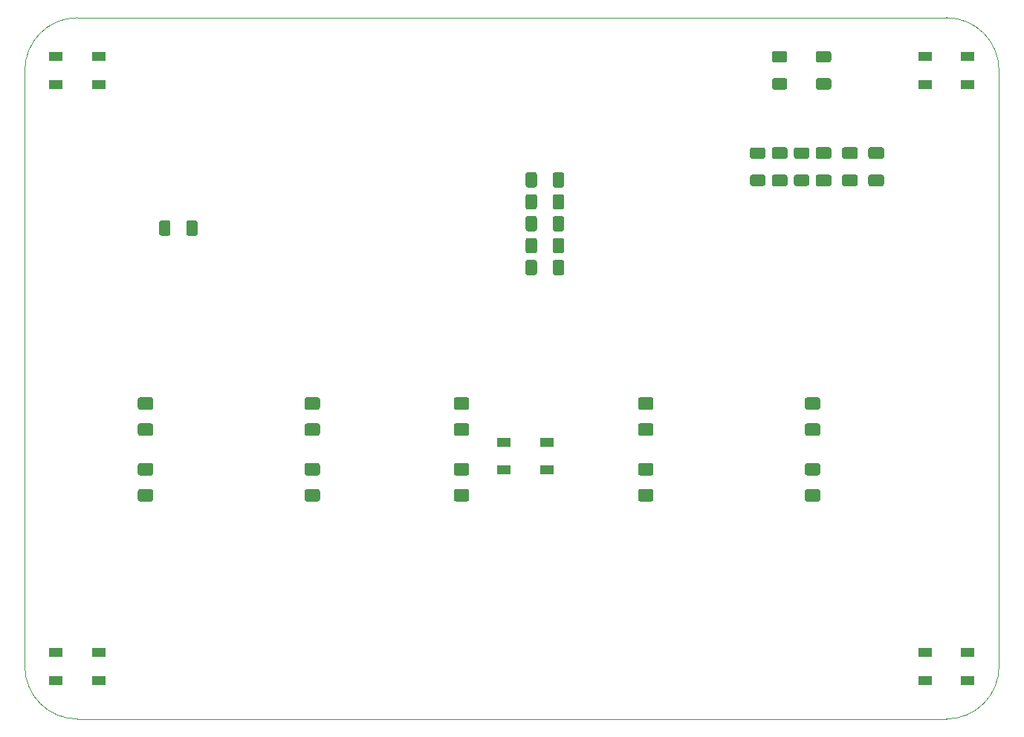
<source format=gbr>
G04 #@! TF.GenerationSoftware,KiCad,Pcbnew,(5.1.8)-1*
G04 #@! TF.CreationDate,2021-06-03T22:44:18-04:00*
G04 #@! TF.ProjectId,inkkeys,696e6b6b-6579-4732-9e6b-696361645f70,rev?*
G04 #@! TF.SameCoordinates,Original*
G04 #@! TF.FileFunction,Paste,Bot*
G04 #@! TF.FilePolarity,Positive*
%FSLAX46Y46*%
G04 Gerber Fmt 4.6, Leading zero omitted, Abs format (unit mm)*
G04 Created by KiCad (PCBNEW (5.1.8)-1) date 2021-06-03 22:44:18*
%MOMM*%
%LPD*%
G01*
G04 APERTURE LIST*
G04 #@! TA.AperFunction,Profile*
%ADD10C,0.100000*%
G04 #@! TD*
%ADD11R,1.500000X1.000000*%
G04 APERTURE END LIST*
D10*
X202000000Y-60000000D02*
G75*
G02*
X208000000Y-66000000I0J-6000000D01*
G01*
X208000000Y-134000000D02*
G75*
G02*
X202000000Y-140000000I-6000000J0D01*
G01*
X103000000Y-140000000D02*
G75*
G02*
X97000000Y-134000000I0J6000000D01*
G01*
X97000000Y-66000000D02*
G75*
G02*
X103000000Y-60000000I6000000J0D01*
G01*
X97000000Y-134000000D02*
X97000000Y-66000000D01*
X202000000Y-140000000D02*
X103000000Y-140000000D01*
X208000000Y-66000000D02*
X208000000Y-134000000D01*
X103000000Y-60000000D02*
X202000000Y-60000000D01*
G04 #@! TO.C,C2*
G36*
G01*
X187349999Y-77900000D02*
X188650001Y-77900000D01*
G75*
G02*
X188900000Y-78149999I0J-249999D01*
G01*
X188900000Y-78975001D01*
G75*
G02*
X188650001Y-79225000I-249999J0D01*
G01*
X187349999Y-79225000D01*
G75*
G02*
X187100000Y-78975001I0J249999D01*
G01*
X187100000Y-78149999D01*
G75*
G02*
X187349999Y-77900000I249999J0D01*
G01*
G37*
G36*
G01*
X187349999Y-74775000D02*
X188650001Y-74775000D01*
G75*
G02*
X188900000Y-75024999I0J-249999D01*
G01*
X188900000Y-75850001D01*
G75*
G02*
X188650001Y-76100000I-249999J0D01*
G01*
X187349999Y-76100000D01*
G75*
G02*
X187100000Y-75850001I0J249999D01*
G01*
X187100000Y-75024999D01*
G75*
G02*
X187349999Y-74775000I249999J0D01*
G01*
G37*
G04 #@! TD*
G04 #@! TO.C,C1*
G36*
G01*
X182349999Y-77900000D02*
X183650001Y-77900000D01*
G75*
G02*
X183900000Y-78149999I0J-249999D01*
G01*
X183900000Y-78975001D01*
G75*
G02*
X183650001Y-79225000I-249999J0D01*
G01*
X182349999Y-79225000D01*
G75*
G02*
X182100000Y-78975001I0J249999D01*
G01*
X182100000Y-78149999D01*
G75*
G02*
X182349999Y-77900000I249999J0D01*
G01*
G37*
G36*
G01*
X182349999Y-74775000D02*
X183650001Y-74775000D01*
G75*
G02*
X183900000Y-75024999I0J-249999D01*
G01*
X183900000Y-75850001D01*
G75*
G02*
X183650001Y-76100000I-249999J0D01*
G01*
X182349999Y-76100000D01*
G75*
G02*
X182100000Y-75850001I0J249999D01*
G01*
X182100000Y-75024999D01*
G75*
G02*
X182349999Y-74775000I249999J0D01*
G01*
G37*
G04 #@! TD*
D11*
G04 #@! TO.C,D23*
X151550000Y-111600000D03*
X151550000Y-108400000D03*
X156450000Y-111600000D03*
X156450000Y-108400000D03*
G04 #@! TD*
G04 #@! TO.C,D20*
X100550000Y-135600000D03*
X100550000Y-132400000D03*
X105450000Y-135600000D03*
X105450000Y-132400000D03*
G04 #@! TD*
G04 #@! TO.C,D17*
X100550000Y-67600000D03*
X100550000Y-64400000D03*
X105450000Y-67600000D03*
X105450000Y-64400000D03*
G04 #@! TD*
G04 #@! TO.C,D14*
X199550000Y-67600000D03*
X199550000Y-64400000D03*
X204450000Y-67600000D03*
X204450000Y-64400000D03*
G04 #@! TD*
G04 #@! TO.C,D11*
X199550000Y-135600000D03*
X199550000Y-132400000D03*
X204450000Y-135600000D03*
X204450000Y-132400000D03*
G04 #@! TD*
G04 #@! TO.C,R10*
G36*
G01*
X115400000Y-84625000D02*
X115400000Y-83375000D01*
G75*
G02*
X115650000Y-83125000I250000J0D01*
G01*
X116450000Y-83125000D01*
G75*
G02*
X116700000Y-83375000I0J-250000D01*
G01*
X116700000Y-84625000D01*
G75*
G02*
X116450000Y-84875000I-250000J0D01*
G01*
X115650000Y-84875000D01*
G75*
G02*
X115400000Y-84625000I0J250000D01*
G01*
G37*
G36*
G01*
X112300000Y-84625000D02*
X112300000Y-83375000D01*
G75*
G02*
X112550000Y-83125000I250000J0D01*
G01*
X113350000Y-83125000D01*
G75*
G02*
X113600000Y-83375000I0J-250000D01*
G01*
X113600000Y-84625000D01*
G75*
G02*
X113350000Y-84875000I-250000J0D01*
G01*
X112550000Y-84875000D01*
G75*
G02*
X112300000Y-84625000I0J250000D01*
G01*
G37*
G04 #@! TD*
G04 #@! TO.C,R9*
G36*
G01*
X187375000Y-66900000D02*
X188625000Y-66900000D01*
G75*
G02*
X188875000Y-67150000I0J-250000D01*
G01*
X188875000Y-67950000D01*
G75*
G02*
X188625000Y-68200000I-250000J0D01*
G01*
X187375000Y-68200000D01*
G75*
G02*
X187125000Y-67950000I0J250000D01*
G01*
X187125000Y-67150000D01*
G75*
G02*
X187375000Y-66900000I250000J0D01*
G01*
G37*
G36*
G01*
X187375000Y-63800000D02*
X188625000Y-63800000D01*
G75*
G02*
X188875000Y-64050000I0J-250000D01*
G01*
X188875000Y-64850000D01*
G75*
G02*
X188625000Y-65100000I-250000J0D01*
G01*
X187375000Y-65100000D01*
G75*
G02*
X187125000Y-64850000I0J250000D01*
G01*
X187125000Y-64050000D01*
G75*
G02*
X187375000Y-63800000I250000J0D01*
G01*
G37*
G04 #@! TD*
G04 #@! TO.C,R8*
G36*
G01*
X184875000Y-77900000D02*
X186125000Y-77900000D01*
G75*
G02*
X186375000Y-78150000I0J-250000D01*
G01*
X186375000Y-78950000D01*
G75*
G02*
X186125000Y-79200000I-250000J0D01*
G01*
X184875000Y-79200000D01*
G75*
G02*
X184625000Y-78950000I0J250000D01*
G01*
X184625000Y-78150000D01*
G75*
G02*
X184875000Y-77900000I250000J0D01*
G01*
G37*
G36*
G01*
X184875000Y-74800000D02*
X186125000Y-74800000D01*
G75*
G02*
X186375000Y-75050000I0J-250000D01*
G01*
X186375000Y-75850000D01*
G75*
G02*
X186125000Y-76100000I-250000J0D01*
G01*
X184875000Y-76100000D01*
G75*
G02*
X184625000Y-75850000I0J250000D01*
G01*
X184625000Y-75050000D01*
G75*
G02*
X184875000Y-74800000I250000J0D01*
G01*
G37*
G04 #@! TD*
G04 #@! TO.C,R7*
G36*
G01*
X182375000Y-66900000D02*
X183625000Y-66900000D01*
G75*
G02*
X183875000Y-67150000I0J-250000D01*
G01*
X183875000Y-67950000D01*
G75*
G02*
X183625000Y-68200000I-250000J0D01*
G01*
X182375000Y-68200000D01*
G75*
G02*
X182125000Y-67950000I0J250000D01*
G01*
X182125000Y-67150000D01*
G75*
G02*
X182375000Y-66900000I250000J0D01*
G01*
G37*
G36*
G01*
X182375000Y-63800000D02*
X183625000Y-63800000D01*
G75*
G02*
X183875000Y-64050000I0J-250000D01*
G01*
X183875000Y-64850000D01*
G75*
G02*
X183625000Y-65100000I-250000J0D01*
G01*
X182375000Y-65100000D01*
G75*
G02*
X182125000Y-64850000I0J250000D01*
G01*
X182125000Y-64050000D01*
G75*
G02*
X182375000Y-63800000I250000J0D01*
G01*
G37*
G04 #@! TD*
G04 #@! TO.C,R6*
G36*
G01*
X179875000Y-77900000D02*
X181125000Y-77900000D01*
G75*
G02*
X181375000Y-78150000I0J-250000D01*
G01*
X181375000Y-78950000D01*
G75*
G02*
X181125000Y-79200000I-250000J0D01*
G01*
X179875000Y-79200000D01*
G75*
G02*
X179625000Y-78950000I0J250000D01*
G01*
X179625000Y-78150000D01*
G75*
G02*
X179875000Y-77900000I250000J0D01*
G01*
G37*
G36*
G01*
X179875000Y-74800000D02*
X181125000Y-74800000D01*
G75*
G02*
X181375000Y-75050000I0J-250000D01*
G01*
X181375000Y-75850000D01*
G75*
G02*
X181125000Y-76100000I-250000J0D01*
G01*
X179875000Y-76100000D01*
G75*
G02*
X179625000Y-75850000I0J250000D01*
G01*
X179625000Y-75050000D01*
G75*
G02*
X179875000Y-74800000I250000J0D01*
G01*
G37*
G04 #@! TD*
G04 #@! TO.C,R5*
G36*
G01*
X155350000Y-87875000D02*
X155350000Y-89125000D01*
G75*
G02*
X155100000Y-89375000I-250000J0D01*
G01*
X154300000Y-89375000D01*
G75*
G02*
X154050000Y-89125000I0J250000D01*
G01*
X154050000Y-87875000D01*
G75*
G02*
X154300000Y-87625000I250000J0D01*
G01*
X155100000Y-87625000D01*
G75*
G02*
X155350000Y-87875000I0J-250000D01*
G01*
G37*
G36*
G01*
X158450000Y-87875000D02*
X158450000Y-89125000D01*
G75*
G02*
X158200000Y-89375000I-250000J0D01*
G01*
X157400000Y-89375000D01*
G75*
G02*
X157150000Y-89125000I0J250000D01*
G01*
X157150000Y-87875000D01*
G75*
G02*
X157400000Y-87625000I250000J0D01*
G01*
X158200000Y-87625000D01*
G75*
G02*
X158450000Y-87875000I0J-250000D01*
G01*
G37*
G04 #@! TD*
G04 #@! TO.C,R4*
G36*
G01*
X155350000Y-85375000D02*
X155350000Y-86625000D01*
G75*
G02*
X155100000Y-86875000I-250000J0D01*
G01*
X154300000Y-86875000D01*
G75*
G02*
X154050000Y-86625000I0J250000D01*
G01*
X154050000Y-85375000D01*
G75*
G02*
X154300000Y-85125000I250000J0D01*
G01*
X155100000Y-85125000D01*
G75*
G02*
X155350000Y-85375000I0J-250000D01*
G01*
G37*
G36*
G01*
X158450000Y-85375000D02*
X158450000Y-86625000D01*
G75*
G02*
X158200000Y-86875000I-250000J0D01*
G01*
X157400000Y-86875000D01*
G75*
G02*
X157150000Y-86625000I0J250000D01*
G01*
X157150000Y-85375000D01*
G75*
G02*
X157400000Y-85125000I250000J0D01*
G01*
X158200000Y-85125000D01*
G75*
G02*
X158450000Y-85375000I0J-250000D01*
G01*
G37*
G04 #@! TD*
G04 #@! TO.C,R3*
G36*
G01*
X155350000Y-82875000D02*
X155350000Y-84125000D01*
G75*
G02*
X155100000Y-84375000I-250000J0D01*
G01*
X154300000Y-84375000D01*
G75*
G02*
X154050000Y-84125000I0J250000D01*
G01*
X154050000Y-82875000D01*
G75*
G02*
X154300000Y-82625000I250000J0D01*
G01*
X155100000Y-82625000D01*
G75*
G02*
X155350000Y-82875000I0J-250000D01*
G01*
G37*
G36*
G01*
X158450000Y-82875000D02*
X158450000Y-84125000D01*
G75*
G02*
X158200000Y-84375000I-250000J0D01*
G01*
X157400000Y-84375000D01*
G75*
G02*
X157150000Y-84125000I0J250000D01*
G01*
X157150000Y-82875000D01*
G75*
G02*
X157400000Y-82625000I250000J0D01*
G01*
X158200000Y-82625000D01*
G75*
G02*
X158450000Y-82875000I0J-250000D01*
G01*
G37*
G04 #@! TD*
G04 #@! TO.C,R2*
G36*
G01*
X155350000Y-80375000D02*
X155350000Y-81625000D01*
G75*
G02*
X155100000Y-81875000I-250000J0D01*
G01*
X154300000Y-81875000D01*
G75*
G02*
X154050000Y-81625000I0J250000D01*
G01*
X154050000Y-80375000D01*
G75*
G02*
X154300000Y-80125000I250000J0D01*
G01*
X155100000Y-80125000D01*
G75*
G02*
X155350000Y-80375000I0J-250000D01*
G01*
G37*
G36*
G01*
X158450000Y-80375000D02*
X158450000Y-81625000D01*
G75*
G02*
X158200000Y-81875000I-250000J0D01*
G01*
X157400000Y-81875000D01*
G75*
G02*
X157150000Y-81625000I0J250000D01*
G01*
X157150000Y-80375000D01*
G75*
G02*
X157400000Y-80125000I250000J0D01*
G01*
X158200000Y-80125000D01*
G75*
G02*
X158450000Y-80375000I0J-250000D01*
G01*
G37*
G04 #@! TD*
G04 #@! TO.C,R1*
G36*
G01*
X155350000Y-77875000D02*
X155350000Y-79125000D01*
G75*
G02*
X155100000Y-79375000I-250000J0D01*
G01*
X154300000Y-79375000D01*
G75*
G02*
X154050000Y-79125000I0J250000D01*
G01*
X154050000Y-77875000D01*
G75*
G02*
X154300000Y-77625000I250000J0D01*
G01*
X155100000Y-77625000D01*
G75*
G02*
X155350000Y-77875000I0J-250000D01*
G01*
G37*
G36*
G01*
X158450000Y-77875000D02*
X158450000Y-79125000D01*
G75*
G02*
X158200000Y-79375000I-250000J0D01*
G01*
X157400000Y-79375000D01*
G75*
G02*
X157150000Y-79125000I0J250000D01*
G01*
X157150000Y-77875000D01*
G75*
G02*
X157400000Y-77625000I250000J0D01*
G01*
X158200000Y-77625000D01*
G75*
G02*
X158450000Y-77875000I0J-250000D01*
G01*
G37*
G04 #@! TD*
G04 #@! TO.C,D10*
G36*
G01*
X186125000Y-113775000D02*
X187375000Y-113775000D01*
G75*
G02*
X187625000Y-114025000I0J-250000D01*
G01*
X187625000Y-114950000D01*
G75*
G02*
X187375000Y-115200000I-250000J0D01*
G01*
X186125000Y-115200000D01*
G75*
G02*
X185875000Y-114950000I0J250000D01*
G01*
X185875000Y-114025000D01*
G75*
G02*
X186125000Y-113775000I250000J0D01*
G01*
G37*
G36*
G01*
X186125000Y-110800000D02*
X187375000Y-110800000D01*
G75*
G02*
X187625000Y-111050000I0J-250000D01*
G01*
X187625000Y-111975000D01*
G75*
G02*
X187375000Y-112225000I-250000J0D01*
G01*
X186125000Y-112225000D01*
G75*
G02*
X185875000Y-111975000I0J250000D01*
G01*
X185875000Y-111050000D01*
G75*
G02*
X186125000Y-110800000I250000J0D01*
G01*
G37*
G04 #@! TD*
G04 #@! TO.C,D9*
G36*
G01*
X187375000Y-104725000D02*
X186125000Y-104725000D01*
G75*
G02*
X185875000Y-104475000I0J250000D01*
G01*
X185875000Y-103550000D01*
G75*
G02*
X186125000Y-103300000I250000J0D01*
G01*
X187375000Y-103300000D01*
G75*
G02*
X187625000Y-103550000I0J-250000D01*
G01*
X187625000Y-104475000D01*
G75*
G02*
X187375000Y-104725000I-250000J0D01*
G01*
G37*
G36*
G01*
X187375000Y-107700000D02*
X186125000Y-107700000D01*
G75*
G02*
X185875000Y-107450000I0J250000D01*
G01*
X185875000Y-106525000D01*
G75*
G02*
X186125000Y-106275000I250000J0D01*
G01*
X187375000Y-106275000D01*
G75*
G02*
X187625000Y-106525000I0J-250000D01*
G01*
X187625000Y-107450000D01*
G75*
G02*
X187375000Y-107700000I-250000J0D01*
G01*
G37*
G04 #@! TD*
G04 #@! TO.C,D8*
G36*
G01*
X167125000Y-113775000D02*
X168375000Y-113775000D01*
G75*
G02*
X168625000Y-114025000I0J-250000D01*
G01*
X168625000Y-114950000D01*
G75*
G02*
X168375000Y-115200000I-250000J0D01*
G01*
X167125000Y-115200000D01*
G75*
G02*
X166875000Y-114950000I0J250000D01*
G01*
X166875000Y-114025000D01*
G75*
G02*
X167125000Y-113775000I250000J0D01*
G01*
G37*
G36*
G01*
X167125000Y-110800000D02*
X168375000Y-110800000D01*
G75*
G02*
X168625000Y-111050000I0J-250000D01*
G01*
X168625000Y-111975000D01*
G75*
G02*
X168375000Y-112225000I-250000J0D01*
G01*
X167125000Y-112225000D01*
G75*
G02*
X166875000Y-111975000I0J250000D01*
G01*
X166875000Y-111050000D01*
G75*
G02*
X167125000Y-110800000I250000J0D01*
G01*
G37*
G04 #@! TD*
G04 #@! TO.C,D7*
G36*
G01*
X168375000Y-104725000D02*
X167125000Y-104725000D01*
G75*
G02*
X166875000Y-104475000I0J250000D01*
G01*
X166875000Y-103550000D01*
G75*
G02*
X167125000Y-103300000I250000J0D01*
G01*
X168375000Y-103300000D01*
G75*
G02*
X168625000Y-103550000I0J-250000D01*
G01*
X168625000Y-104475000D01*
G75*
G02*
X168375000Y-104725000I-250000J0D01*
G01*
G37*
G36*
G01*
X168375000Y-107700000D02*
X167125000Y-107700000D01*
G75*
G02*
X166875000Y-107450000I0J250000D01*
G01*
X166875000Y-106525000D01*
G75*
G02*
X167125000Y-106275000I250000J0D01*
G01*
X168375000Y-106275000D01*
G75*
G02*
X168625000Y-106525000I0J-250000D01*
G01*
X168625000Y-107450000D01*
G75*
G02*
X168375000Y-107700000I-250000J0D01*
G01*
G37*
G04 #@! TD*
G04 #@! TO.C,D6*
G36*
G01*
X146125000Y-113775000D02*
X147375000Y-113775000D01*
G75*
G02*
X147625000Y-114025000I0J-250000D01*
G01*
X147625000Y-114950000D01*
G75*
G02*
X147375000Y-115200000I-250000J0D01*
G01*
X146125000Y-115200000D01*
G75*
G02*
X145875000Y-114950000I0J250000D01*
G01*
X145875000Y-114025000D01*
G75*
G02*
X146125000Y-113775000I250000J0D01*
G01*
G37*
G36*
G01*
X146125000Y-110800000D02*
X147375000Y-110800000D01*
G75*
G02*
X147625000Y-111050000I0J-250000D01*
G01*
X147625000Y-111975000D01*
G75*
G02*
X147375000Y-112225000I-250000J0D01*
G01*
X146125000Y-112225000D01*
G75*
G02*
X145875000Y-111975000I0J250000D01*
G01*
X145875000Y-111050000D01*
G75*
G02*
X146125000Y-110800000I250000J0D01*
G01*
G37*
G04 #@! TD*
G04 #@! TO.C,D5*
G36*
G01*
X147375000Y-104725000D02*
X146125000Y-104725000D01*
G75*
G02*
X145875000Y-104475000I0J250000D01*
G01*
X145875000Y-103550000D01*
G75*
G02*
X146125000Y-103300000I250000J0D01*
G01*
X147375000Y-103300000D01*
G75*
G02*
X147625000Y-103550000I0J-250000D01*
G01*
X147625000Y-104475000D01*
G75*
G02*
X147375000Y-104725000I-250000J0D01*
G01*
G37*
G36*
G01*
X147375000Y-107700000D02*
X146125000Y-107700000D01*
G75*
G02*
X145875000Y-107450000I0J250000D01*
G01*
X145875000Y-106525000D01*
G75*
G02*
X146125000Y-106275000I250000J0D01*
G01*
X147375000Y-106275000D01*
G75*
G02*
X147625000Y-106525000I0J-250000D01*
G01*
X147625000Y-107450000D01*
G75*
G02*
X147375000Y-107700000I-250000J0D01*
G01*
G37*
G04 #@! TD*
G04 #@! TO.C,D4*
G36*
G01*
X129125000Y-113775000D02*
X130375000Y-113775000D01*
G75*
G02*
X130625000Y-114025000I0J-250000D01*
G01*
X130625000Y-114950000D01*
G75*
G02*
X130375000Y-115200000I-250000J0D01*
G01*
X129125000Y-115200000D01*
G75*
G02*
X128875000Y-114950000I0J250000D01*
G01*
X128875000Y-114025000D01*
G75*
G02*
X129125000Y-113775000I250000J0D01*
G01*
G37*
G36*
G01*
X129125000Y-110800000D02*
X130375000Y-110800000D01*
G75*
G02*
X130625000Y-111050000I0J-250000D01*
G01*
X130625000Y-111975000D01*
G75*
G02*
X130375000Y-112225000I-250000J0D01*
G01*
X129125000Y-112225000D01*
G75*
G02*
X128875000Y-111975000I0J250000D01*
G01*
X128875000Y-111050000D01*
G75*
G02*
X129125000Y-110800000I250000J0D01*
G01*
G37*
G04 #@! TD*
G04 #@! TO.C,D3*
G36*
G01*
X130375000Y-104725000D02*
X129125000Y-104725000D01*
G75*
G02*
X128875000Y-104475000I0J250000D01*
G01*
X128875000Y-103550000D01*
G75*
G02*
X129125000Y-103300000I250000J0D01*
G01*
X130375000Y-103300000D01*
G75*
G02*
X130625000Y-103550000I0J-250000D01*
G01*
X130625000Y-104475000D01*
G75*
G02*
X130375000Y-104725000I-250000J0D01*
G01*
G37*
G36*
G01*
X130375000Y-107700000D02*
X129125000Y-107700000D01*
G75*
G02*
X128875000Y-107450000I0J250000D01*
G01*
X128875000Y-106525000D01*
G75*
G02*
X129125000Y-106275000I250000J0D01*
G01*
X130375000Y-106275000D01*
G75*
G02*
X130625000Y-106525000I0J-250000D01*
G01*
X130625000Y-107450000D01*
G75*
G02*
X130375000Y-107700000I-250000J0D01*
G01*
G37*
G04 #@! TD*
G04 #@! TO.C,D2*
G36*
G01*
X110125000Y-113775000D02*
X111375000Y-113775000D01*
G75*
G02*
X111625000Y-114025000I0J-250000D01*
G01*
X111625000Y-114950000D01*
G75*
G02*
X111375000Y-115200000I-250000J0D01*
G01*
X110125000Y-115200000D01*
G75*
G02*
X109875000Y-114950000I0J250000D01*
G01*
X109875000Y-114025000D01*
G75*
G02*
X110125000Y-113775000I250000J0D01*
G01*
G37*
G36*
G01*
X110125000Y-110800000D02*
X111375000Y-110800000D01*
G75*
G02*
X111625000Y-111050000I0J-250000D01*
G01*
X111625000Y-111975000D01*
G75*
G02*
X111375000Y-112225000I-250000J0D01*
G01*
X110125000Y-112225000D01*
G75*
G02*
X109875000Y-111975000I0J250000D01*
G01*
X109875000Y-111050000D01*
G75*
G02*
X110125000Y-110800000I250000J0D01*
G01*
G37*
G04 #@! TD*
G04 #@! TO.C,D1*
G36*
G01*
X111375000Y-104725000D02*
X110125000Y-104725000D01*
G75*
G02*
X109875000Y-104475000I0J250000D01*
G01*
X109875000Y-103550000D01*
G75*
G02*
X110125000Y-103300000I250000J0D01*
G01*
X111375000Y-103300000D01*
G75*
G02*
X111625000Y-103550000I0J-250000D01*
G01*
X111625000Y-104475000D01*
G75*
G02*
X111375000Y-104725000I-250000J0D01*
G01*
G37*
G36*
G01*
X111375000Y-107700000D02*
X110125000Y-107700000D01*
G75*
G02*
X109875000Y-107450000I0J250000D01*
G01*
X109875000Y-106525000D01*
G75*
G02*
X110125000Y-106275000I250000J0D01*
G01*
X111375000Y-106275000D01*
G75*
G02*
X111625000Y-106525000I0J-250000D01*
G01*
X111625000Y-107450000D01*
G75*
G02*
X111375000Y-107700000I-250000J0D01*
G01*
G37*
G04 #@! TD*
G04 #@! TO.C,C4*
G36*
G01*
X194650001Y-76100000D02*
X193349999Y-76100000D01*
G75*
G02*
X193100000Y-75850001I0J249999D01*
G01*
X193100000Y-75024999D01*
G75*
G02*
X193349999Y-74775000I249999J0D01*
G01*
X194650001Y-74775000D01*
G75*
G02*
X194900000Y-75024999I0J-249999D01*
G01*
X194900000Y-75850001D01*
G75*
G02*
X194650001Y-76100000I-249999J0D01*
G01*
G37*
G36*
G01*
X194650001Y-79225000D02*
X193349999Y-79225000D01*
G75*
G02*
X193100000Y-78975001I0J249999D01*
G01*
X193100000Y-78149999D01*
G75*
G02*
X193349999Y-77900000I249999J0D01*
G01*
X194650001Y-77900000D01*
G75*
G02*
X194900000Y-78149999I0J-249999D01*
G01*
X194900000Y-78975001D01*
G75*
G02*
X194650001Y-79225000I-249999J0D01*
G01*
G37*
G04 #@! TD*
G04 #@! TO.C,C3*
G36*
G01*
X191650001Y-76100000D02*
X190349999Y-76100000D01*
G75*
G02*
X190100000Y-75850001I0J249999D01*
G01*
X190100000Y-75024999D01*
G75*
G02*
X190349999Y-74775000I249999J0D01*
G01*
X191650001Y-74775000D01*
G75*
G02*
X191900000Y-75024999I0J-249999D01*
G01*
X191900000Y-75850001D01*
G75*
G02*
X191650001Y-76100000I-249999J0D01*
G01*
G37*
G36*
G01*
X191650001Y-79225000D02*
X190349999Y-79225000D01*
G75*
G02*
X190100000Y-78975001I0J249999D01*
G01*
X190100000Y-78149999D01*
G75*
G02*
X190349999Y-77900000I249999J0D01*
G01*
X191650001Y-77900000D01*
G75*
G02*
X191900000Y-78149999I0J-249999D01*
G01*
X191900000Y-78975001D01*
G75*
G02*
X191650001Y-79225000I-249999J0D01*
G01*
G37*
G04 #@! TD*
M02*

</source>
